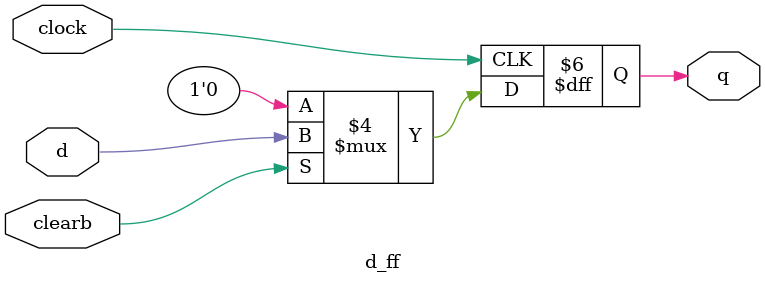
<source format=v>
module d_ff(q, d, clock, clearb);
    input d, clearb, clock;
    output reg q;

    always @ (posedge clock) 
    begin
        if (!clearb) q <= 1'b0;
        else q <= d; 
    end
endmodule
</source>
